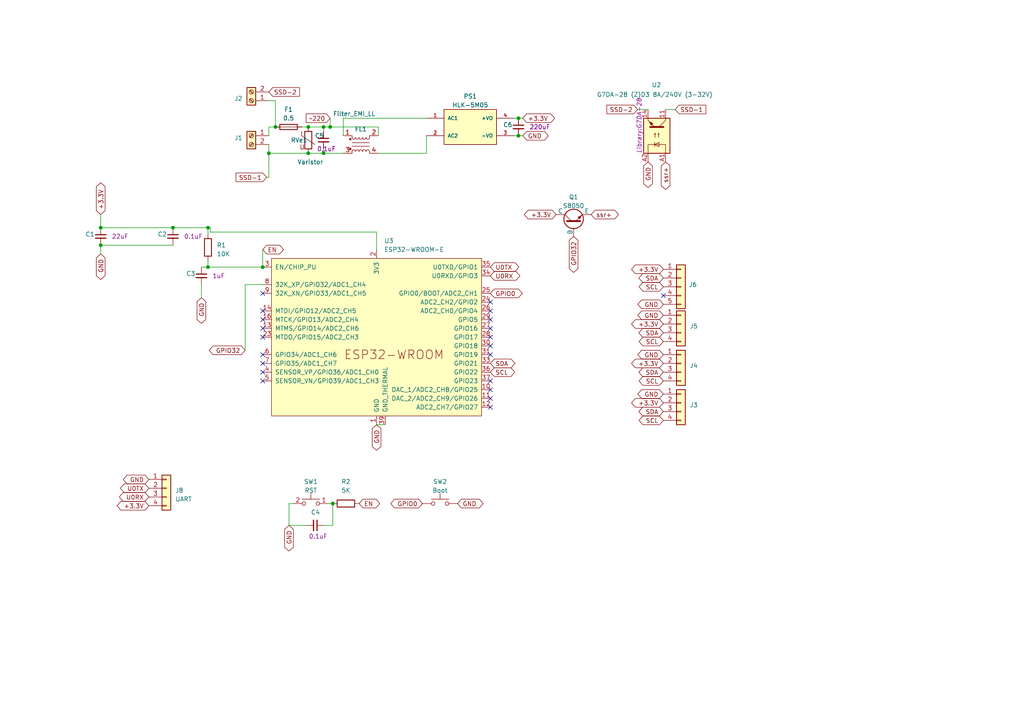
<source format=kicad_sch>
(kicad_sch (version 20231120) (generator "eeschema") (generator_version "8.0")
  (paper "A4")
  (title_block (title "IOTV id-5") (date "2023-04-21") (rev "3") (company "Вербкин М.С."))
  (lib_symbols
    (symbol "Connector:Screw_Terminal_01x02" (pin_names (offset 1.016) hide)
      (property "Reference" "J" (at 0 2.54 0))
      (property "Value" "Screw_Terminal_01x02" (at 0 -5.08 0))
      (symbol "Screw_Terminal_01x02_1_1"
        (rectangle (start -1.27 1.27) (end 1.27 -3.81) (stroke (width 0.254)) (fill (type background)))
        (circle (center 0 -2.54) (radius 0.635) (stroke (width 0.1524)))
        (polyline (pts (xy -0.5334 -2.2098) (xy 0.3302 -3.048)) (stroke (width 0.1524)))
        (polyline (pts (xy -0.5334 0.3302) (xy 0.3302 -0.508)) (stroke (width 0.1524)))
        (polyline (pts (xy -0.3556 -2.032) (xy 0.508 -2.8702)) (stroke (width 0.1524)))
        (polyline (pts (xy -0.3556 0.508) (xy 0.508 -0.3302)) (stroke (width 0.1524)))
        (circle (center 0 0) (radius 0.635) (stroke (width 0.1524)))
        (pin passive line (at -5.08 0 0) (length 3.81) (name "Pin_1") (number "1"))
        (pin passive line (at -5.08 -2.54 0) (length 3.81) (name "Pin_2") (number "2"))
      )
    )
    (symbol "Connector_Generic:Conn_01x04" (pin_names (offset 1.016) hide)
      (property "Reference" "J" (at 0 5.08 0))
      (property "Value" "Conn_01x04" (at 0 -7.62 0))
      (symbol "Conn_01x04_1_1"
        (rectangle (start -1.27 -4.953) (end 0 -5.207) (stroke (width 0.1524)))
        (rectangle (start -1.27 -2.413) (end 0 -2.667) (stroke (width 0.1524)))
        (rectangle (start -1.27 0.127) (end 0 -0.127) (stroke (width 0.1524)))
        (rectangle (start -1.27 2.667) (end 0 2.413) (stroke (width 0.1524)))
        (rectangle (start -1.27 3.81) (end 1.27 -6.35) (stroke (width 0.254)) (fill (type background)))
        (pin passive line (at -5.08 2.54 0) (length 3.81) (name "Pin_1") (number "1"))
        (pin passive line (at -5.08 0 0) (length 3.81) (name "Pin_2") (number "2"))
        (pin passive line (at -5.08 -2.54 0) (length 3.81) (name "Pin_3") (number "3"))
        (pin passive line (at -5.08 -5.08 0) (length 3.81) (name "Pin_4") (number "4"))
      )
    )
    (symbol "Connector_Generic:Conn_01x05" (pin_names (offset 1.016) hide)
      (property "Reference" "J" (at 0 7.62 0))
      (property "Value" "Conn_01x05" (at 0 -7.62 0))
      (symbol "Conn_01x05_1_1"
        (rectangle (start -1.27 -4.953) (end 0 -5.207) (stroke (width 0.1524)))
        (rectangle (start -1.27 -2.413) (end 0 -2.667) (stroke (width 0.1524)))
        (rectangle (start -1.27 0.127) (end 0 -0.127) (stroke (width 0.1524)))
        (rectangle (start -1.27 2.667) (end 0 2.413) (stroke (width 0.1524)))
        (rectangle (start -1.27 5.207) (end 0 4.953) (stroke (width 0.1524)))
        (rectangle (start -1.27 6.35) (end 1.27 -6.35) (stroke (width 0.254)) (fill (type background)))
        (pin passive line (at -5.08 5.08 0) (length 3.81) (name "Pin_1") (number "1"))
        (pin passive line (at -5.08 2.54 0) (length 3.81) (name "Pin_2") (number "2"))
        (pin passive line (at -5.08 0 0) (length 3.81) (name "Pin_3") (number "3"))
        (pin passive line (at -5.08 -2.54 0) (length 3.81) (name "Pin_4") (number "4"))
        (pin passive line (at -5.08 -5.08 0) (length 3.81) (name "Pin_5") (number "5"))
      )
    )
    (symbol "Converter_ACDC:HLK-5M05" (pin_names (offset 1.016))
      (property "Reference" "PS1" (at 0 8.89 0))
      (property "Value" "HLK-5M05" (at 0 6.35 0))
      (symbol "HLK-5M05_0_0"
        (rectangle (start -7.62 -5.08) (end 7.62 5.08) (stroke (width 0.2)) (fill (type background)))
        (pin input line (at -12.7 2.54 0) (length 5.08) (name "AC1") (number "1"))
        (pin input line (at -12.7 -2.54 0) (length 5.08) (name "AC2") (number "2"))
        (pin power_out line (at 12.7 -2.54 180) (length 5.08) (name "-VO") (number "3"))
        (pin power_out line (at 12.7 2.54 180) (length 5.08) (name "+VO") (number "4"))
      )
    )
    (symbol "Device:Filter_EMI_LL" (pin_names (offset 0.254) hide)
      (property "Reference" "FL" (at 0 4.445 0))
      (property "Value" "Filter_EMI_LL" (at 0 -4.445 0))
      (symbol "Filter_EMI_LL_0_1"
        (circle (center -3.048 -1.27) (radius 0.254) (fill (type outline)))
        (circle (center -3.048 1.524) (radius 0.254) (fill (type outline)))
        (arc (start -2.54 2.032) (mid -2.032 1.5262) (end -1.524 2.032))
        (arc (start -1.524 -2.032) (mid -2.032 -1.5262) (end -2.54 -2.032))
        (arc (start -1.524 2.032) (mid -1.016 1.5262) (end -0.508 2.032))
        (arc (start -0.508 -2.032) (mid -1.016 -1.5262) (end -1.524 -2.032))
        (arc (start -0.508 2.032) (mid 0 1.5262) (end 0.508 2.032))
        (polyline (pts (xy -2.54 -2.032) (xy -2.54 -2.54)))
        (polyline (pts (xy -2.54 0.508) (xy 2.54 0.508)))
        (polyline (pts (xy -2.54 2.032) (xy -2.54 2.54)))
        (polyline (pts (xy 2.54 -2.032) (xy 2.54 -2.54)))
        (polyline (pts (xy 2.54 -0.508) (xy -2.54 -0.508)))
        (polyline (pts (xy 2.54 2.54) (xy 2.54 2.032)))
        (arc (start 0.508 -2.032) (mid 0 -1.5262) (end -0.508 -2.032))
        (arc (start 0.508 2.032) (mid 1.016 1.5262) (end 1.524 2.032))
        (arc (start 1.524 -2.032) (mid 1.016 -1.5262) (end 0.508 -2.032))
        (arc (start 1.524 2.032) (mid 2.032 1.5262) (end 2.54 2.032))
        (arc (start 2.54 -2.032) (mid 2.032 -1.5262) (end 1.524 -2.032))
      )
      (symbol "Filter_EMI_LL_1_1"
        (pin passive line (at -5.08 2.54 0) (length 2.54) (name "1") (number "1"))
        (pin passive line (at 5.08 2.54 180) (length 2.54) (name "2") (number "2"))
        (pin passive line (at -5.08 -2.54 0) (length 2.54) (name "3") (number "3"))
        (pin passive line (at 5.08 -2.54 180) (length 2.54) (name "4") (number "4"))
      )
    )
    (symbol "Device:Fuse" (pin_numbers hide) (pin_names (offset 0))
      (property "Reference" "F" (at 2.032 0 90))
      (property "Value" "Fuse" (at -1.905 0 90))
      (symbol "Fuse_0_1"
        (rectangle (start -0.762 -2.54) (end 0.762 2.54) (stroke (width 0.254)))
        (polyline (pts (xy 0 2.54) (xy 0 -2.54)))
      )
      (symbol "Fuse_1_1"
        (pin passive line (at 0 3.81 270) (length 1.27) (name "~") (number "1"))
        (pin passive line (at 0 -3.81 90) (length 1.27) (name "~") (number "2"))
      )
    )
    (symbol "Device:R" (pin_numbers hide) (pin_names (offset 0))
      (property "Reference" "R" (at 2.032 0 90))
      (property "Value" "R" (at 0 0 90))
      (symbol "R_0_1"
        (rectangle (start -1.016 -2.54) (end 1.016 2.54) (stroke (width 0.254)))
      )
      (symbol "R_1_1"
        (pin passive line (at 0 3.81 270) (length 1.27) (name "~") (number "1"))
        (pin passive line (at 0 -3.81 90) (length 1.27) (name "~") (number "2"))
      )
    )
    (symbol "Device:Varistor" (pin_numbers hide) (pin_names (offset 0))
      (property "Reference" "RV" (at 3.175 0 90))
      (property "Value" "Varistor" (at -3.175 0 90))
      (symbol "Varistor_0_0"
        (text "U" (at -1.778 -2.032 0) (effects (font (size 1.27 1.27))))
      )
      (symbol "Varistor_0_1"
        (rectangle (start -1.016 -2.54) (end 1.016 2.54) (stroke (width 0.254)))
        (polyline (pts (xy -1.905 2.54) (xy -1.905 1.27) (xy 1.905 -1.27)))
      )
      (symbol "Varistor_1_1"
        (pin passive line (at 0 3.81 270) (length 1.27) (name "~") (number "1"))
        (pin passive line (at 0 -3.81 90) (length 1.27) (name "~") (number "2"))
      )
    )
    (symbol "PCM_4ms_Capacitor:C_Generic" (pin_numbers hide) (pin_names (offset 0.254) hide)
      (property "Reference" "C" (at 1.905 1.016 0))
      (property "Display" "?F" (at 1.905 -1.27 0))
      (symbol "C_Generic_0_1"
        (polyline (pts (xy -1.524 -0.508) (xy 1.524 -0.508)) (stroke (width 0.3302)))
        (polyline (pts (xy -1.524 0.508) (xy 1.524 0.508)) (stroke (width 0.3048)))
      )
      (symbol "C_Generic_1_1"
        (pin passive line (at 0 2.54 270) (length 2.032) (name "~") (number "1"))
        (pin passive line (at 0 -2.54 90) (length 2.032) (name "~") (number "2"))
      )
    )
    (symbol "PCM_Espressif:ESP32-WROOM-E" (pin_names (offset 1.016))
      (property "Reference" "U" (at -30.48 27.94 0))
      (property "Value" "ESP32-WROOM-E" (at -30.48 25.4 0))
      (symbol "ESP32-WROOM-E_0_1"
        (rectangle (start -30.48 22.86) (end 30.48 -22.86) (fill (type background)))
      )
      (symbol "ESP32-WROOM-E_1_1"
        (text "ESP32-­WROOM­" (at 5.08 -5.08 0) (effects (font (size 2.54 2.54))))
        (pin power_in line (at 0 -25.4 90) (length 2.54) (name "GND") (number "1"))
        (pin bidirectional line (at 33.02 -15.24 180) (length 2.54) (name "DAC_1/ADC2_CH8/GPIO25") (number "10"))
        (pin bidirectional line (at 33.02 -17.78 180) (length 2.54) (name "DAC_2/ADC2_CH9/GPIO26") (number "11"))
        (pin bidirectional line (at 33.02 -20.32 180) (length 2.54) (name "ADC2_CH7/GPIO27") (number "12"))
        (pin bidirectional line (at -33.02 2.54 0) (length 2.54) (name "MTMS/GPIO14/ADC2_CH6") (number "13"))
        (pin bidirectional line (at -33.02 7.62 0) (length 2.54) (name "MTDI/GPIO12/ADC2_CH5") (number "14"))
        (pin passive line (at 0 -25.4 90) (length 2.54) hide (name "GND") (number "15"))
        (pin bidirectional line (at -33.02 5.08 0) (length 2.54) (name "MTCK/GPIO13/ADC2_CH4") (number "16"))
        (pin power_in line (at 0 25.4 270) (length 2.54) (name "3V3") (number "2"))
        (pin bidirectional line (at -33.02 0 0) (length 2.54) (name "MTDO/GPIO15/ADC2_CH3") (number "23"))
        (pin bidirectional line (at 33.02 10.16 180) (length 2.54) (name "ADC2_CH2/GPIO2") (number "24"))
        (pin bidirectional line (at 33.02 12.7 180) (length 2.54) (name "GPIO0/BOOT/ADC2_CH1") (number "25"))
        (pin bidirectional line (at 33.02 7.62 180) (length 2.54) (name "ADC2_CH0/GPIO4") (number "26"))
        (pin bidirectional line (at 33.02 2.54 180) (length 2.54) (name "GPIO16") (number "27"))
        (pin bidirectional line (at 33.02 0 180) (length 2.54) (name "GPIO17") (number "28"))
        (pin bidirectional line (at 33.02 5.08 180) (length 2.54) (name "GPIO5") (number "29"))
        (pin input line (at -33.02 20.32 0) (length 2.54) (name "EN/CHIP_PU") (number "3"))
        (pin bidirectional line (at 33.02 -2.54 180) (length 2.54) (name "GPIO18") (number "30"))
        (pin bidirectional line (at 33.02 -5.08 180) (length 2.54) (name "GPIO19") (number "31"))
        (pin bidirectional line (at 33.02 -7.62 180) (length 2.54) (name "GPIO21") (number "33"))
        (pin bidirectional line (at 33.02 17.78 180) (length 2.54) (name "U0RXD/GPIO3") (number "34"))
        (pin bidirectional line (at 33.02 20.32 180) (length 2.54) (name "U0TXD/GPIO1") (number "35"))
        (pin bidirectional line (at 33.02 -10.16 180) (length 2.54) (name "GPIO22") (number "36"))
        (pin bidirectional line (at 33.02 -12.7 180) (length 2.54) (name "GPIO23") (number "37"))
        (pin passive line (at 0 -25.4 90) (length 2.54) hide (name "GND") (number "38"))
        (pin power_in line (at 2.54 -25.4 90) (length 2.54) (name "GND_THERMAL") (number "39"))
        (pin input line (at -33.02 -10.16 0) (length 2.54) (name "SENSOR_VP/GPIO36/ADC1_CH0") (number "4"))
        (pin input line (at -33.02 -12.7 0) (length 2.54) (name "SENSOR_VN/GPIO39/ADC1_CH3") (number "5"))
        (pin input line (at -33.02 -5.08 0) (length 2.54) (name "GPIO34/ADC1_CH6") (number "6"))
        (pin input line (at -33.02 -7.62 0) (length 2.54) (name "GPIO35/ADC1_CH7") (number "7"))
        (pin bidirectional line (at -33.02 15.24 0) (length 2.54) (name "32K_XP/GPIO32/ADC1_CH4") (number "8"))
        (pin bidirectional line (at -33.02 12.7 0) (length 2.54) (name "32K_XN/GPIO33/ADC1_CH5") (number "9"))
      )
    )
    (symbol "Relay_SolidState:34.81-7048"
      (property "Reference" "U" (at -5.08 5.08 0))
      (property "Value" "34.81-7048" (at 0 5.08 0))
      (symbol "34.81-7048_0_1"
        (rectangle (start -5.08 3.81) (end 5.08 -3.81) (stroke (width 0.254)) (fill (type background)))
        (polyline (pts (xy -3.175 -0.635) (xy -1.905 -0.635)))
        (polyline (pts (xy 2.54 1.905) (xy 2.54 -1.905) (xy 2.54 -1.905)) (stroke (width 0.508)))
        (polyline (pts (xy -5.08 2.54) (xy -2.54 2.54) (xy -2.54 -2.54) (xy -5.08 -2.54)))
        (polyline (pts (xy -2.54 -0.635) (xy -3.175 0.635) (xy -1.905 0.635) (xy -2.54 -0.635)))
        (polyline (pts (xy -0.508 -0.508) (xy 0.762 -0.508) (xy 0.381 -0.635) (xy 0.381 -0.381) (xy 0.762 -0.508)))
        (polyline (pts (xy -0.508 0.508) (xy 0.762 0.508) (xy 0.381 0.381) (xy 0.381 0.635) (xy 0.762 0.508)))
        (polyline (pts (xy 3.048 -1.651) (xy 3.556 -1.143) (xy 4.064 -2.159) (xy 3.048 -1.651) (xy 3.048 -1.651)) (fill (type outline)))
        (polyline (pts (xy 5.08 2.54) (xy 4.445 2.54) (xy 2.54 0.635) (xy 2.54 -0.635) (xy 4.445 -2.54) (xy 5.08 -2.54)))
      )
      (symbol "34.81-7048_1_1"
        (pin passive line (at 7.62 2.54 180) (length 2.54) (name "~") (number "11"))
        (pin passive line (at 7.62 -2.54 180) (length 2.54) (name "~") (number "14"))
        (pin passive line (at -7.62 2.54 0) (length 2.54) (name "~") (number "A1"))
        (pin passive line (at -7.62 -2.54 0) (length 2.54) (name "~") (number "A2"))
      )
    )
    (symbol "SW_Push_1" (pin_names (offset 1.016) hide)
      (property "Reference" "SW" (at 1.27 2.54 0))
      (property "Value" "SW_Push" (at 0 -1.524 0))
      (symbol "SW_Push_1_0_1"
        (circle (center -2.032 0) (radius 0.508))
        (polyline (pts (xy 0 1.27) (xy 0 3.048)))
        (polyline (pts (xy 2.54 1.27) (xy -2.54 1.27)))
        (circle (center 2.032 0) (radius 0.508))
        (pin passive line (at -5.08 0 0) (length 2.54) (name "1") (number "1"))
        (pin passive line (at 5.08 0 180) (length 2.54) (name "2") (number "2"))
      )
    )
    (symbol "Simulation_SPICE:NPN" (pin_numbers hide) (pin_names (offset 0))
      (property "Reference" "Q1" (at 7.62 0 90))
      (property "Value" "S8050" (at 5.08 0 90))
      (symbol "NPN_0_1"
        (polyline (pts (xy 0.635 0.635) (xy 2.54 2.54)))
        (polyline (pts (xy 2.794 -1.27) (xy 2.794 -1.27)) (stroke (width 0.1524)))
        (polyline (pts (xy 2.794 -1.27) (xy 2.794 -1.27)) (stroke (width 0.1524)))
        (polyline (pts (xy 0.635 -0.635) (xy 2.54 -2.54) (xy 2.54 -2.54)))
        (polyline (pts (xy 0.635 1.905) (xy 0.635 -1.905) (xy 0.635 -1.905)) (stroke (width 0.508)))
        (polyline (pts (xy 1.27 -1.778) (xy 1.778 -1.27) (xy 2.286 -2.286) (xy 1.27 -1.778) (xy 1.27 -1.778)) (fill (type outline)))
        (circle (center 1.27 0) (radius 2.8194) (stroke (width 0.254)))
      )
      (symbol "NPN_1_1"
        (pin input line (at -3.81 0 0) (length 2.54) (name "B") (number "1"))
        (pin open_emitter line (at 2.54 -5.08 90) (length 2.54) (name "E") (number "2"))
        (pin open_collector line (at 2.54 5.08 270) (length 2.54) (name "C") (number "3"))
      )
    )
    (symbol "Switch:SW_Push" (pin_numbers hide) (pin_names (offset 1.016) hide)
      (property "Reference" "SW" (at 1.27 2.54 0))
      (property "Value" "SW_Push" (at 0 -1.524 0))
      (symbol "SW_Push_0_1"
        (circle (center -2.032 0) (radius 0.508))
        (polyline (pts (xy 0 1.27) (xy 0 3.048)))
        (polyline (pts (xy 2.54 1.27) (xy -2.54 1.27)))
        (circle (center 2.032 0) (radius 0.508))
        (pin passive line (at -5.08 0 0) (length 2.54) (name "1") (number "1"))
        (pin passive line (at 5.08 0 180) (length 2.54) (name "2") (number "2"))
      )
    )
  )
  (junction (at 89.408 36.83))
  (junction (at 77.978 44.45))
  (junction (at 60.325 66.04))
  (junction (at 29.21 66.04))
  (junction (at 89.408 44.45))
  (junction (at 50.165 66.04))
  (junction (at 95.758 36.83))
  (junction (at 93.853 36.83))
  (junction (at 29.21 71.12))
  (junction (at 150.368 34.29))
  (junction (at 76.2 77.47))
  (junction (at 96.52 146.05))
  (junction (at 93.853 44.45))
  (junction (at 79.883 36.83))
  (junction (at 150.368 39.37))
  (junction (at 60.325 77.47))
  (no_connect (at 76.2 92.71))
  (no_connect (at 76.2 95.25))
  (no_connect (at 142.24 87.63))
  (no_connect (at 76.2 105.41))
  (no_connect (at 76.2 107.95))
  (no_connect (at 142.24 115.57))
  (no_connect (at 76.2 102.87))
  (no_connect (at 142.24 110.49))
  (no_connect (at 142.24 102.87))
  (no_connect (at 142.24 113.03))
  (no_connect (at 142.24 95.25))
  (no_connect (at 142.24 92.71))
  (no_connect (at 76.2 90.17))
  (no_connect (at 142.24 97.79))
  (no_connect (at 142.24 118.11))
  (no_connect (at 76.2 97.79))
  (no_connect (at 142.24 90.17))
  (no_connect (at 76.2 85.09))
  (no_connect (at 192.405 85.725))
  (no_connect (at 76.2 110.49))
  (no_connect (at 142.24 100.33))
  (wire (pts (xy 29.21 66.04) (xy 50.165 66.04)))
  (wire (pts (xy 77.978 44.45) (xy 77.978 51.435)))
  (wire (pts (xy 93.98 152.4) (xy 96.52 152.4)))
  (wire (pts (xy 77.978 41.91) (xy 77.978 44.45)))
  (wire (pts (xy 150.368 39.37) (xy 151.638 39.37)))
  (wire (pts (xy 109.728 36.83) (xy 109.728 39.37)))
  (wire (pts (xy 79.883 29.21) (xy 77.978 29.21)))
  (wire (pts (xy 149.098 39.37) (xy 150.368 39.37)))
  (wire (pts (xy 60.325 66.04) (xy 60.325 67.945)))
  (wire (pts (xy 79.883 29.21) (xy 79.883 36.83)))
  (wire (pts (xy 99.568 34.29) (xy 99.568 39.37)))
  (wire (pts (xy 109.22 123.19) (xy 111.76 123.19)))
  (wire (pts (xy 83.82 152.4) (xy 88.9 152.4)))
  (wire (pts (xy 96.52 146.05) (xy 96.52 152.4)))
  (wire (pts (xy 95.758 34.29) (xy 95.758 36.83)))
  (wire (pts (xy 150.368 34.29) (xy 151.638 34.29)))
  (wire (pts (xy 60.325 66.04) (xy 60.96 66.04)))
  (wire (pts (xy 60.325 75.565) (xy 60.325 77.47)))
  (wire (pts (xy 184.912 31.75) (xy 187.96 31.75)))
  (wire (pts (xy 29.21 71.12) (xy 50.165 71.12)))
  (wire (pts (xy 89.408 36.83) (xy 93.853 36.83)))
  (wire (pts (xy 93.853 36.83) (xy 93.853 38.1)))
  (wire (pts (xy 87.503 36.83) (xy 89.408 36.83)))
  (wire (pts (xy 58.42 77.47) (xy 60.325 77.47)))
  (wire (pts (xy 93.853 43.18) (xy 93.853 44.45)))
  (wire (pts (xy 76.2 72.39) (xy 76.2 77.47)))
  (wire (pts (xy 29.21 62.23) (xy 29.21 66.04)))
  (wire (pts (xy 60.325 77.47) (xy 76.2 77.47)))
  (wire (pts (xy 71.12 82.55) (xy 76.2 82.55)))
  (wire (pts (xy 109.22 72.39) (xy 109.22 67.31)))
  (wire (pts (xy 93.853 36.83) (xy 95.758 36.83)))
  (wire (pts (xy 95.758 36.83) (xy 109.728 36.83)))
  (wire (pts (xy 60.96 67.31) (xy 109.22 67.31)))
  (wire (pts (xy 71.12 101.6) (xy 71.12 82.55)))
  (wire (pts (xy 77.343 51.435) (xy 77.978 51.435)))
  (wire (pts (xy 99.568 34.29) (xy 123.698 34.29)))
  (wire (pts (xy 109.728 44.45) (xy 123.698 44.45)))
  (wire (pts (xy 89.408 44.45) (xy 93.853 44.45)))
  (wire (pts (xy 123.698 44.45) (xy 123.698 39.37)))
  (wire (pts (xy 58.42 82.55) (xy 58.42 86.36)))
  (wire (pts (xy 29.21 71.12) (xy 29.21 73.66)))
  (wire (pts (xy 77.978 36.83) (xy 79.883 36.83)))
  (wire (pts (xy 149.098 34.29) (xy 150.368 34.29)))
  (wire (pts (xy 77.978 36.83) (xy 77.978 39.37)))
  (wire (pts (xy 93.853 44.45) (xy 99.568 44.45)))
  (wire (pts (xy 85.09 146.05) (xy 83.82 146.05)))
  (wire (pts (xy 193.04 31.75) (xy 195.834 31.75)))
  (wire (pts (xy 77.978 44.45) (xy 89.408 44.45)))
  (wire (pts (xy 50.165 66.04) (xy 60.325 66.04)))
  (wire (pts (xy 95.25 146.05) (xy 96.52 146.05)))
  (wire (pts (xy 83.82 146.05) (xy 83.82 152.4)))
  (wire (pts (xy 60.96 67.31) (xy 60.96 66.04)))
  (global_label "+3.3V" (shape bidirectional) (at 192.405 93.98 180) (property "Intersheetrefs" "${INTERSHEET_REFS}" (at 182.7031 93.98 0) (effects (justify right))))
  (global_label "GND" (shape bidirectional) (at 109.22 123.19 270) (property "Intersheetrefs" "${INTERSHEET_REFS}" (at 109.22 131.0776 90) (effects (justify right))))
  (global_label "SCL" (shape bidirectional) (at 192.405 121.92 180) (property "Intersheetrefs" "${INTERSHEET_REFS}" (at 184.8803 121.92 0) (effects (justify right))))
  (global_label "U0TX" (shape bidirectional) (at 142.24 77.47 0) (property "Intersheetrefs" "${INTERSHEET_REFS}" (at 150.9742 77.47 0) (effects (justify left))))
  (global_label "+3.3V" (shape bidirectional) (at 192.405 116.84 180) (property "Intersheetrefs" "${INTERSHEET_REFS}" (at 182.7031 116.84 0) (effects (justify right))))
  (global_label "SCL" (shape bidirectional) (at 142.24 107.95 0) (property "Intersheetrefs" "${INTERSHEET_REFS}" (at 149.7647 107.95 0) (effects (justify left))))
  (global_label "GND" (shape bidirectional) (at 192.405 102.87 180) (property "Intersheetrefs" "${INTERSHEET_REFS}" (at 184.5174 102.87 0) (effects (justify right))))
  (global_label "+3.3V" (shape bidirectional) (at 151.638 34.29 0) (property "Intersheetrefs" "${INTERSHEET_REFS}" (at 161.3399 34.29 0) (effects (justify left))))
  (global_label "GND" (shape bidirectional) (at 192.405 91.44 180) (property "Intersheetrefs" "${INTERSHEET_REFS}" (at 184.5174 91.44 0) (effects (justify right))))
  (global_label "ssr+" (shape bidirectional) (at 171.45 62.23 0) (property "Intersheetrefs" "${INTERSHEET_REFS}" (at 179.8819 62.23 0) (effects (justify left))))
  (global_label "U0TX" (shape bidirectional) (at 43.18 141.605 180) (property "Intersheetrefs" "${INTERSHEET_REFS}" (at 34.4458 141.605 0) (effects (justify right))))
  (global_label "GND" (shape bidirectional) (at 192.405 114.3 180) (property "Intersheetrefs" "${INTERSHEET_REFS}" (at 184.5174 114.3 0) (effects (justify right))))
  (global_label "SCL" (shape bidirectional) (at 192.405 83.185 180) (property "Intersheetrefs" "${INTERSHEET_REFS}" (at 184.8803 83.185 0) (effects (justify right))))
  (global_label "SDA" (shape bidirectional) (at 192.405 119.38 180) (property "Intersheetrefs" "${INTERSHEET_REFS}" (at 184.8198 119.38 0) (effects (justify right))))
  (global_label "SCL" (shape bidirectional) (at 192.405 99.06 180) (property "Intersheetrefs" "${INTERSHEET_REFS}" (at 184.8803 99.06 0) (effects (justify right))))
  (global_label "U0RX" (shape bidirectional) (at 43.18 144.145 180) (property "Intersheetrefs" "${INTERSHEET_REFS}" (at 34.1434 144.145 0) (effects (justify right))))
  (global_label "+3.3V" (shape bidirectional) (at 29.21 62.23 90) (property "Intersheetrefs" "${INTERSHEET_REFS}" (at 29.21 52.5281 90) (effects (justify left))))
  (global_label "~220" (shape input) (at 95.758 34.29 180) (property "Intersheetrefs" "${INTERSHEET_REFS}" (at 88.3166 34.29 0) (effects (justify right))))
  (global_label "GPIO32" (shape bidirectional) (at 71.12 101.6 180) (property "Intersheetrefs" "${INTERSHEET_REFS}" (at 60.2086 101.6 0) (effects (justify right))))
  (global_label "SCL" (shape bidirectional) (at 192.405 110.49 180) (property "Intersheetrefs" "${INTERSHEET_REFS}" (at 184.8803 110.49 0) (effects (justify right))))
  (global_label "GPIO32" (shape bidirectional) (at 166.37 68.58 270) (property "Intersheetrefs" "${INTERSHEET_REFS}" (at 166.37 79.4914 90) (effects (justify right))))
  (global_label "SDA" (shape bidirectional) (at 192.405 107.95 180) (property "Intersheetrefs" "${INTERSHEET_REFS}" (at 184.8198 107.95 0) (effects (justify right))))
  (global_label "SDA" (shape bidirectional) (at 142.24 105.41 0) (property "Intersheetrefs" "${INTERSHEET_REFS}" (at 149.8252 105.41 0) (effects (justify left))))
  (global_label "SDA" (shape bidirectional) (at 192.405 80.645 180) (property "Intersheetrefs" "${INTERSHEET_REFS}" (at 184.8198 80.645 0) (effects (justify right))))
  (global_label "SSD-2" (shape input) (at 77.978 26.67 0) (property "Intersheetrefs" "${INTERSHEET_REFS}" (at 87.3547 26.67 0) (effects (justify left))))
  (global_label "GPIO0" (shape bidirectional) (at 122.555 146.05 180) (property "Intersheetrefs" "${INTERSHEET_REFS}" (at 112.8531 146.05 0) (effects (justify right))))
  (global_label "SSD-2" (shape input) (at 184.912 31.75 180) (property "Intersheetrefs" "${INTERSHEET_REFS}" (at 175.5353 31.75 0) (effects (justify right))))
  (global_label "GND" (shape bidirectional) (at 83.82 152.4 270) (property "Intersheetrefs" "${INTERSHEET_REFS}" (at 83.82 160.2876 90) (effects (justify right))))
  (global_label "GND" (shape bidirectional) (at 132.715 146.05 0) (property "Intersheetrefs" "${INTERSHEET_REFS}" (at 140.6026 146.05 0) (effects (justify left))))
  (global_label "SSD-1" (shape input) (at 195.834 31.75 0) (property "Intersheetrefs" "${INTERSHEET_REFS}" (at 205.2107 31.75 0) (effects (justify left))))
  (global_label "EN" (shape bidirectional) (at 104.14 146.05 0) (property "Intersheetrefs" "${INTERSHEET_REFS}" (at 110.6366 146.05 0) (effects (justify left))))
  (global_label "U0RX" (shape bidirectional) (at 142.24 80.01 0) (property "Intersheetrefs" "${INTERSHEET_REFS}" (at 151.2766 80.01 0) (effects (justify left))))
  (global_label "GND" (shape bidirectional) (at 187.96 46.99 270) (property "Intersheetrefs" "${INTERSHEET_REFS}" (at 187.96 54.8776 90) (effects (justify right))))
  (global_label "GND" (shape bidirectional) (at 43.18 139.065 180) (property "Intersheetrefs" "${INTERSHEET_REFS}" (at 35.2924 139.065 0) (effects (justify right))))
  (global_label "SSD-1" (shape input) (at 77.343 51.435 180) (property "Intersheetrefs" "${INTERSHEET_REFS}" (at 67.9663 51.435 0) (effects (justify right))))
  (global_label "GND" (shape bidirectional) (at 192.405 88.265 180) (property "Intersheetrefs" "${INTERSHEET_REFS}" (at 184.5174 88.265 0) (effects (justify right))))
  (global_label "EN" (shape bidirectional) (at 76.2 72.39 0) (property "Intersheetrefs" "${INTERSHEET_REFS}" (at 82.6966 72.39 0) (effects (justify left))))
  (global_label "GND" (shape bidirectional) (at 58.42 86.36 270) (property "Intersheetrefs" "${INTERSHEET_REFS}" (at 58.42 94.2476 90) (effects (justify right))))
  (global_label "+3.3V" (shape bidirectional) (at 192.405 78.105 180) (property "Intersheetrefs" "${INTERSHEET_REFS}" (at 182.7031 78.105 0) (effects (justify right))))
  (global_label "GND" (shape bidirectional) (at 29.21 73.66 270) (property "Intersheetrefs" "${INTERSHEET_REFS}" (at 29.21 81.5476 90) (effects (justify right))))
  (global_label "ssr+" (shape bidirectional) (at 193.04 46.99 270) (property "Intersheetrefs" "${INTERSHEET_REFS}" (at 193.04 55.4219 90) (effects (justify right))))
  (global_label "+3.3V" (shape bidirectional) (at 43.18 146.685 180) (property "Intersheetrefs" "${INTERSHEET_REFS}" (at 33.4781 146.685 0) (effects (justify right))))
  (global_label "GPIO0" (shape bidirectional) (at 142.24 85.09 0) (property "Intersheetrefs" "${INTERSHEET_REFS}" (at 151.9419 85.09 0) (effects (justify left))))
  (global_label "GND" (shape bidirectional) (at 151.638 39.37 0) (property "Intersheetrefs" "${INTERSHEET_REFS}" (at 159.5256 39.37 0) (effects (justify left))))
  (global_label "SDA" (shape bidirectional) (at 192.405 96.52 180) (property "Intersheetrefs" "${INTERSHEET_REFS}" (at 184.8198 96.52 0) (effects (justify right))))
  (global_label "+3.3V" (shape bidirectional) (at 161.29 62.23 180) (property "Intersheetrefs" "${INTERSHEET_REFS}" (at 151.5881 62.23 0) (effects (justify right))))
  (global_label "+3.3V" (shape bidirectional) (at 192.405 105.41 180) (property "Intersheetrefs" "${INTERSHEET_REFS}" (at 182.7031 105.41 0) (effects (justify right))))
  (symbol (lib_id "Connector_Generic:Conn_01x04") (at 197.485 93.98 0) (unit 1)
    (property "Reference" "J5" (at 200.025 94.615 0) (effects (justify left)))
    (property "Value" "Conn_01x04" (effects (hide yes)))
    (property "Footprint" "Connector_PinHeader_2.54mm:PinHeader_1x04_P2.54mm_Vertical" (effects (hide yes)))
  )
  (symbol (lib_id "PCM_4ms_Capacitor:C_Generic") (at 29.21 68.58 0) (unit 1)
    (property "Reference" "C1" (at 24.765 67.945 0) (effects (justify left)))
    (property "Value" "C_Generic" (effects (hide yes)))
    (property "Footprint" "Capacitor_SMD:C_1206_3216Metric" (effects (hide yes)))
    (property "Display" "22uF" (at 32.385 68.58 0) (effects (justify left)))
  )
  (symbol (lib_id "Connector_Generic:Conn_01x04") (at 197.485 116.84 0) (unit 1)
    (property "Reference" "J3" (at 200.025 117.475 0) (effects (justify left)))
    (property "Value" "Conn_01x04" (effects (hide yes)))
    (property "Footprint" "Connector_PinHeader_2.54mm:PinHeader_1x04_P2.54mm_Vertical" (effects (hide yes)))
  )
  (symbol (lib_id "PCM_4ms_Capacitor:C_Generic") (at 150.368 36.83 0) (unit 1)
    (property "Reference" "C6" (at 145.923 36.195 0) (effects (justify left)))
    (property "Value" "C_Generic" (effects (hide yes)))
    (property "Footprint" "Capacitor_THT:CP_Radial_D8.0mm_P5.00mm" (effects (hide yes)))
    (property "Display" "220uF" (at 153.543 36.83 0) (effects (justify left)))
  )
  (symbol (lib_id "Connector_Generic:Conn_01x05") (at 197.485 83.185 0) (unit 1)
    (property "Reference" "J6" (at 199.771 82.55 0) (effects (justify left)))
    (property "Value" "Conn_01x05" (effects (hide yes)))
    (property "Footprint" "Connector_PinHeader_2.54mm:PinHeader_1x05_P2.54mm_Vertical" (effects (hide yes)))
  )
  (symbol (lib_id "Connector_Generic:Conn_01x04") (at 197.485 105.41 0) (unit 1)
    (property "Reference" "J4" (at 200.025 106.045 0) (effects (justify left)))
    (property "Value" "Conn_01x04" (effects (hide yes)))
    (property "Footprint" "Connector_PinHeader_2.54mm:PinHeader_1x04_P2.54mm_Vertical" (effects (hide yes)))
  )
  (symbol (lib_id "Connector:Screw_Terminal_01x02") (at 72.898 29.21 180) (unit 1)
    (property "Reference" "J2" (at 70.358 28.575 0) (effects (justify left)))
    (property "Value" "Screw_Terminal_01x02" (effects (hide yes)))
    (property "Footprint" "TerminalBlock_Phoenix:TerminalBlock_Phoenix_MKDS-1,5-2_1x02_P5.00mm_Horizontal" (effects (hide yes)))
  )
  (symbol (lib_id "PCM_4ms_Capacitor:C_Generic") (at 93.853 40.64 0) (unit 1)
    (property "Reference" "C5" (at 91.313 39.37 0) (effects (justify left)))
    (property "Value" "C_Generic" (effects (hide yes)))
    (property "Footprint" "Capacitor_THT:C_Rect_L13.0mm_W5.0mm_P10.00mm_FKS3_FKP3_MKS4" (effects (hide yes)))
    (property "Display" "0,1uF" (at 91.948 43.18 0) (effects (justify left)))
  )
  (symbol (lib_id "Device:Varistor") (at 89.408 40.64 0) (unit 1)
    (property "Reference" "RVe1" (at 84.328 40.64 0) (effects (justify left)))
    (property "Value" "Varistor" (at 86.233 46.99 0) (effects (justify left)))
    (property "Footprint" "Varistor:RV_Disc_D21.5mm_W4.8mm_P10mm" (effects (hide yes)))
  )
  (symbol (lib_id "Switch:SW_Push") (at 127.635 146.05 0) (unit 1)
    (property "Reference" "SW2" (at 127.635 139.7 0))
    (property "Value" "Boot" (at 127.635 142.24 0))
    (property "Footprint" "Button_Switch_SMD:SW_SPST_TL3342" (effects (hide yes)))
  )
  (symbol (lib_id "Connector_Generic:Conn_01x04") (at 48.26 141.605 0) (unit 1)
    (property "Reference" "J8" (at 50.8 142.24 0) (effects (justify left)))
    (property "Value" "UART" (at 50.8 144.78 0) (effects (justify left)))
    (property "Footprint" "Connector_PinHeader_2.54mm:PinHeader_1x04_P2.54mm_Vertical" (effects (hide yes)))
  )
  (symbol (lib_id "Connector:Screw_Terminal_01x02") (at 72.898 39.37 0) (mirror y) (unit 1)
    (property "Reference" "J1" (at 70.358 40.005 0) (effects (justify left)))
    (property "Value" "Screw_Terminal_01x02" (effects (hide yes)))
    (property "Footprint" "TerminalBlock_Phoenix:TerminalBlock_Phoenix_MKDS-1,5-2_1x02_P5.00mm_Horizontal" (effects (hide yes)))
  )
  (symbol (lib_id "Simulation_SPICE:NPN") (at 166.37 64.77 90) (unit 1)
    (property "Reference" "Q1" (at 166.37 57.15 90))
    (property "Value" "S8050" (at 166.37 59.69 90))
    (property "Footprint" "Package_TO_SOT_SMD:SOT-23" (effects (hide yes)))
    (property "Sim.Device" "NPN" (effects (hide yes)))
    (property "Sim.Type" "GUMMELPOON" (effects (hide yes)))
    (property "Sim.Pins" "1=B 2=E 3=C" (effects (hide yes)))
  )
  (symbol (lib_id "Device:R") (at 100.33 146.05 90) (unit 1)
    (property "Reference" "R2" (at 100.33 139.7 90))
    (property "Value" "5K" (at 100.33 142.24 90))
    (property "Footprint" "Resistor_SMD:R_1206_3216Metric" (effects (hide yes)))
  )
  (symbol (lib_id "Device:Fuse") (at 83.693 36.83 90) (unit 1)
    (property "Reference" "F1" (at 83.693 31.75 90))
    (property "Value" "0.5" (at 83.693 34.29 90))
    (property "Footprint" "Fuse:Fuseholder_Cylinder-5x20mm_Schurter_0031_8201_Horizontal_Open_v2" (effects (hide yes)))
  )
  (symbol (lib_id "PCM_4ms_Capacitor:C_Generic") (at 91.44 152.4 270) (unit 1)
    (property "Reference" "C4" (at 90.17 148.59 90) (effects (justify left)))
    (property "Value" "C_Generic" (effects (hide yes)))
    (property "Footprint" "Capacitor_SMD:C_1206_3216Metric" (effects (hide yes)))
    (property "Display" "0.1uF" (at 89.535 155.575 90) (effects (justify left)))
  )
  (symbol (lib_id "Device:Filter_EMI_LL") (at 104.648 41.91 0) (unit 1)
    (property "Reference" "FL1" (at 104.648 37.465 0))
    (property "Value" "Filter_EMI_LL" (at 102.743 33.02 0))
    (property "Footprint" "PCM_Inductor_THT_AKL:L_CommonMode_Toroid_Vertical_10x13mm" (effects (hide yes)))
  )
  (symbol (lib_id "Device:R") (at 60.325 71.755 0) (unit 1)
    (property "Reference" "R1" (at 62.865 71.12 0) (effects (justify left)))
    (property "Value" "10K" (at 62.865 73.66 0) (effects (justify left)))
    (property "Footprint" "Resistor_SMD:R_1206_3216Metric" (effects (hide yes)))
  )
  (symbol (lib_id "Relay_SolidState:34.81-7048") (at 190.5 39.37 270) (mirror x) (unit 1)
    (property "Reference" "U2" (at 191.77 24.638 90) (effects (justify right)))
    (property "Value" "G7DA-28 (Z)D3 8A/240V (3-32V)" (at 206.756 27.432 90) (effects (justify right)))
    (property "Footprint" "Library:G7DA-28" (at 185.42 44.45 0) (effects (font (italic yes)) (justify left)))
    (property "Datasheet" "http://www.us.liteon.com/downloads/LTV-817-827-847.PDF" (effects (hide yes)))
  )
  (symbol (lib_id "Converter_ACDC:HLK-5M05") (at 136.398 36.83 0) (unit 1)
    (property "Reference" "PS1" (at 136.398 27.94 0))
    (property "Value" "HLK-5M05" (at 136.398 30.48 0))
    (property "Footprint" "HLK-5M05:CONV_HLK-5M05" (effects (hide yes)))
    (property "STANDARD" "Manufacturer Recommendations" (effects (hide yes)))
    (property "MANUFACTURER" "HI-LINK" (effects (hide yes)))
    (property "PARTREV" "N/A" (effects (hide yes)))
  )
  (symbol (lib_id "PCM_4ms_Capacitor:C_Generic") (at 58.42 80.01 0) (unit 1)
    (property "Reference" "C3" (at 53.975 79.375 0) (effects (justify left)))
    (property "Value" "C_Generic" (effects (hide yes)))
    (property "Footprint" "Capacitor_SMD:C_1206_3216Metric" (effects (hide yes)))
    (property "Display" "1uF" (at 61.595 80.01 0) (effects (justify left)))
  )
  (symbol (lib_id "PCM_Espressif:ESP32-WROOM-E") (at 109.22 97.79 0) (unit 1)
    (property "Reference" "U3" (at 111.4141 69.85 0) (effects (justify left)))
    (property "Value" "ESP32-WROOM-E" (at 111.4141 72.39 0) (effects (justify left)))
    (property "Footprint" "PCM_Espressif:ESP32-WROOM-32E" (effects (hide yes)))
    (property "Datasheet" "https://www.espressif.com/sites/default/files/documentation/esp32-wroom-32e_esp32-wroom-32ue_datasheet_en.pdf" (effects (hide yes)))
    (property "Description" "ESP32-WROOM-32E integrates ESP32-D0WD-V3, with higher stability and safety performance." (effects (hide yes)))
  )
  (symbol (lib_id "PCM_4ms_Capacitor:C_Generic") (at 50.165 68.58 0) (unit 1)
    (property "Reference" "C2" (at 45.72 67.945 0) (effects (justify left)))
    (property "Value" "C_Generic" (effects (hide yes)))
    (property "Footprint" "Capacitor_SMD:C_1206_3216Metric" (effects (hide yes)))
    (property "Display" "0.1uF" (at 53.34 68.58 0) (effects (justify left)))
  )
  (symbol (lib_name "SW_Push_1") (lib_id "Switch:SW_Push") (at 90.17 146.05 0) (mirror y) (unit 1)
    (property "Reference" "SW1" (at 90.17 139.7 0))
    (property "Value" "RST" (at 90.17 142.24 0))
    (property "Footprint" "Button_Switch_SMD:SW_SPST_TL3342" (effects (hide yes)))
  )
)
</source>
